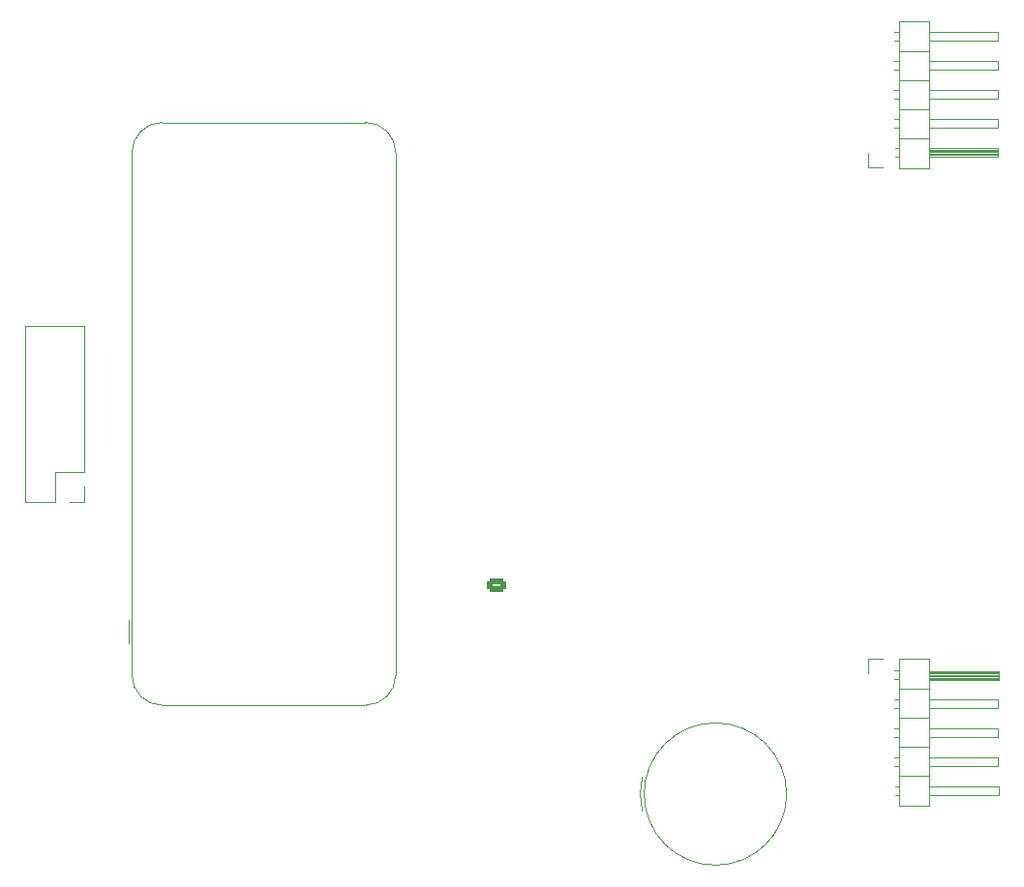
<source format=gbr>
%TF.GenerationSoftware,KiCad,Pcbnew,7.0.8*%
%TF.CreationDate,2023-10-27T12:06:26-04:00*%
%TF.ProjectId,top_plate,746f705f-706c-4617-9465-2e6b69636164,rev?*%
%TF.SameCoordinates,PX2faf080PY5f5e100*%
%TF.FileFunction,Legend,Bot*%
%TF.FilePolarity,Positive*%
%FSLAX46Y46*%
G04 Gerber Fmt 4.6, Leading zero omitted, Abs format (unit mm)*
G04 Created by KiCad (PCBNEW 7.0.8) date 2023-10-27 12:06:26*
%MOMM*%
%LPD*%
G01*
G04 APERTURE LIST*
G04 Aperture macros list*
%AMRoundRect*
0 Rectangle with rounded corners*
0 $1 Rounding radius*
0 $2 $3 $4 $5 $6 $7 $8 $9 X,Y pos of 4 corners*
0 Add a 4 corners polygon primitive as box body*
4,1,4,$2,$3,$4,$5,$6,$7,$8,$9,$2,$3,0*
0 Add four circle primitives for the rounded corners*
1,1,$1+$1,$2,$3*
1,1,$1+$1,$4,$5*
1,1,$1+$1,$6,$7*
1,1,$1+$1,$8,$9*
0 Add four rect primitives between the rounded corners*
20,1,$1+$1,$2,$3,$4,$5,0*
20,1,$1+$1,$4,$5,$6,$7,0*
20,1,$1+$1,$6,$7,$8,$9,0*
20,1,$1+$1,$8,$9,$2,$3,0*%
G04 Aperture macros list end*
%ADD10C,0.120000*%
%ADD11C,5.600000*%
%ADD12RoundRect,0.250000X-0.625000X0.350000X-0.625000X-0.350000X0.625000X-0.350000X0.625000X0.350000X0*%
%ADD13O,1.750000X1.200000*%
%ADD14C,1.700000*%
%ADD15O,1.700000X1.700000*%
%ADD16R,1.700000X1.700000*%
%ADD17C,4.220000*%
%ADD18R,2.000000X2.000000*%
%ADD19C,2.000000*%
%ADD20R,1.600000X1.600000*%
%ADD21C,1.600000*%
G04 APERTURE END LIST*
D10*
%TO.C,J2*%
X19752000Y7680000D02*
X24952000Y7680000D01*
X19752000Y-7680000D02*
X19752000Y7680000D01*
X19752000Y-7680000D02*
X22352000Y-7680000D01*
X22352000Y-5080000D02*
X24952000Y-5080000D01*
X22352000Y-7680000D02*
X22352000Y-5080000D01*
X23622000Y-7680000D02*
X24952000Y-7680000D01*
X24952000Y-5080000D02*
X24952000Y7680000D01*
X24952000Y-7680000D02*
X24952000Y-6350000D01*
%TO.C,J1*%
X104933000Y-23266000D02*
X104933000Y-22506000D01*
X104933000Y-22506000D02*
X98933000Y-22506000D01*
X104914000Y-33334000D02*
X104914000Y-32574000D01*
X104914000Y-32574000D02*
X98914000Y-32574000D01*
X104866000Y-30799000D02*
X104866000Y-30039000D01*
X104866000Y-30039000D02*
X98866000Y-30039000D01*
X104866000Y-28259000D02*
X104866000Y-27499000D01*
X104866000Y-27499000D02*
X98866000Y-27499000D01*
X104866000Y-25719000D02*
X104866000Y-24959000D01*
X104866000Y-24959000D02*
X98866000Y-24959000D01*
X98933000Y-23266000D02*
X104933000Y-23266000D01*
X98933000Y-23206000D02*
X104933000Y-23206000D01*
X98933000Y-23086000D02*
X104933000Y-23086000D01*
X98933000Y-22966000D02*
X104933000Y-22966000D01*
X98933000Y-22846000D02*
X104933000Y-22846000D01*
X98933000Y-22726000D02*
X104933000Y-22726000D01*
X98933000Y-22606000D02*
X104933000Y-22606000D01*
X98914000Y-33334000D02*
X104914000Y-33334000D01*
X98866000Y-34289000D02*
X96206000Y-34289000D01*
X98866000Y-30799000D02*
X104866000Y-30799000D01*
X98866000Y-28259000D02*
X104866000Y-28259000D01*
X98866000Y-25719000D02*
X104866000Y-25719000D01*
X98866000Y-21469000D02*
X98866000Y-34289000D01*
X96206000Y-34289000D02*
X96206000Y-21469000D01*
X96206000Y-31689000D02*
X98866000Y-31689000D01*
X96206000Y-29149000D02*
X98866000Y-29149000D01*
X96206000Y-26609000D02*
X98866000Y-26609000D01*
X96206000Y-24069000D02*
X98866000Y-24069000D01*
X96206000Y-21469000D02*
X98866000Y-21469000D01*
X95876000Y-33339000D02*
X96206000Y-33339000D01*
X95876000Y-32579000D02*
X96206000Y-32579000D01*
X95808929Y-30799000D02*
X96206000Y-30799000D01*
X95808929Y-30039000D02*
X96206000Y-30039000D01*
X95808929Y-28259000D02*
X96206000Y-28259000D01*
X95808929Y-27499000D02*
X96206000Y-27499000D01*
X95808929Y-25719000D02*
X96206000Y-25719000D01*
X95808929Y-24959000D02*
X96206000Y-24959000D01*
X95808929Y-23179000D02*
X96206000Y-23179000D01*
X95808929Y-22419000D02*
X96206000Y-22419000D01*
X94742000Y-21463000D02*
X93472000Y-21463000D01*
X93472000Y-21463000D02*
X93472000Y-22733000D01*
%TO.C,J3*%
X93472000Y22860000D02*
X93472000Y21590000D01*
X93472000Y21590000D02*
X94742000Y21590000D01*
X95784929Y33400000D02*
X96182000Y33400000D01*
X95784929Y32640000D02*
X96182000Y32640000D01*
X95784929Y30860000D02*
X96182000Y30860000D01*
X95784929Y30100000D02*
X96182000Y30100000D01*
X95784929Y28320000D02*
X96182000Y28320000D01*
X95784929Y27560000D02*
X96182000Y27560000D01*
X95784929Y25780000D02*
X96182000Y25780000D01*
X95784929Y25020000D02*
X96182000Y25020000D01*
X95852000Y23240000D02*
X96182000Y23240000D01*
X95852000Y22480000D02*
X96182000Y22480000D01*
X96182000Y34350000D02*
X98842000Y34350000D01*
X96182000Y31750000D02*
X98842000Y31750000D01*
X96182000Y29210000D02*
X98842000Y29210000D01*
X96182000Y26670000D02*
X98842000Y26670000D01*
X96182000Y24130000D02*
X98842000Y24130000D01*
X96182000Y21530000D02*
X96182000Y34350000D01*
X98842000Y34350000D02*
X98842000Y21530000D01*
X98842000Y32640000D02*
X104842000Y32640000D01*
X98842000Y30100000D02*
X104842000Y30100000D01*
X98842000Y27560000D02*
X104842000Y27560000D01*
X98842000Y25020000D02*
X104842000Y25020000D01*
X98842000Y23140000D02*
X104842000Y23140000D01*
X98842000Y23020000D02*
X104842000Y23020000D01*
X98842000Y22900000D02*
X104842000Y22900000D01*
X98842000Y22780000D02*
X104842000Y22780000D01*
X98842000Y22660000D02*
X104842000Y22660000D01*
X98842000Y22540000D02*
X104842000Y22540000D01*
X98842000Y22480000D02*
X104842000Y22480000D01*
X98842000Y21530000D02*
X96182000Y21530000D01*
X104842000Y33400000D02*
X98842000Y33400000D01*
X104842000Y32640000D02*
X104842000Y33400000D01*
X104842000Y30860000D02*
X98842000Y30860000D01*
X104842000Y30100000D02*
X104842000Y30860000D01*
X104842000Y28320000D02*
X98842000Y28320000D01*
X104842000Y27560000D02*
X104842000Y28320000D01*
X104842000Y25780000D02*
X98842000Y25780000D01*
X104842000Y25020000D02*
X104842000Y25780000D01*
X104842000Y23240000D02*
X98842000Y23240000D01*
X104842000Y22480000D02*
X104842000Y23240000D01*
%TO.C,BZ1*%
X73739216Y-31774001D02*
G75*
G03*
X73739216Y-34774000I6400000J-1499999D01*
G01*
X86369216Y-33274000D02*
G75*
G03*
X86369216Y-33274000I-6230000J0D01*
G01*
%TO.C,A1*%
X28780000Y-18050000D02*
X28780000Y-20050000D01*
X29100000Y-22860000D02*
X29100000Y22860000D01*
X49530000Y25510000D02*
X31750000Y25510000D01*
X49530000Y-25510000D02*
X31750000Y-25510000D01*
X52180000Y-22860000D02*
X52180000Y22860000D01*
X31750000Y25510000D02*
G75*
G03*
X29100000Y22860000I0J-2650000D01*
G01*
X29100000Y-22860000D02*
G75*
G03*
X31750000Y-25510000I2650000J0D01*
G01*
X52180000Y22860000D02*
G75*
G03*
X49530000Y25510000I-2650000J0D01*
G01*
X49530000Y-25510000D02*
G75*
G03*
X52180000Y-22860000I0J2650000D01*
G01*
%TD*%
%LPC*%
D11*
%TO.C,REF\u002A\u002A*%
X4500000Y-43500000D03*
%TD*%
D12*
%TO.C,J5*%
X61000000Y-15000000D03*
D13*
X61000000Y-17000000D03*
X61000000Y-19000000D03*
X61000000Y-21000000D03*
%TD*%
D14*
%TO.C,J7*%
X56000000Y-14000000D03*
D15*
X56000000Y-16540000D03*
X56000000Y-19080000D03*
X56000000Y-21620000D03*
%TD*%
D11*
%TO.C,REF\u002A\u002A*%
X63000000Y-40000000D03*
%TD*%
D16*
%TO.C,J10*%
X58669000Y21834000D03*
D15*
X61209000Y21834000D03*
X58669000Y19294000D03*
X61209000Y19294000D03*
X58669000Y16754000D03*
X61209000Y16754000D03*
X58669000Y14214000D03*
X61209000Y14214000D03*
%TD*%
D11*
%TO.C,REF\u002A\u002A*%
X4500000Y43500000D03*
%TD*%
D14*
%TO.C,J6*%
X95000000Y-3810000D03*
D15*
X95000000Y-1270000D03*
X95000000Y1270000D03*
X95000000Y3810000D03*
%TD*%
D11*
%TO.C,REF\u002A\u002A*%
X93000000Y40000000D03*
%TD*%
D17*
%TO.C,M1*%
X86000000Y10000000D03*
%TD*%
%TO.C,M2*%
X86000000Y-10000000D03*
%TD*%
D11*
%TO.C,REF\u002A\u002A*%
X63000000Y40000000D03*
%TD*%
%TO.C,REF\u002A\u002A*%
X93000000Y-40000000D03*
%TD*%
%TO.C,REF\u002A\u002A*%
X23000000Y-40000000D03*
%TD*%
%TO.C,REF\u002A\u002A*%
X23000000Y40000000D03*
%TD*%
D16*
%TO.C,J2*%
X23622000Y-6350000D03*
D15*
X21082000Y-6350000D03*
X23622000Y-3810000D03*
X21082000Y-3810000D03*
X23622000Y-1270000D03*
X21082000Y-1270000D03*
X23622000Y1270000D03*
X21082000Y1270000D03*
X23622000Y3810000D03*
X21082000Y3810000D03*
X23622000Y6350000D03*
X21082000Y6350000D03*
%TD*%
D16*
%TO.C,J1*%
X94742000Y-22860000D03*
D15*
X94742000Y-25400000D03*
X94742000Y-27940000D03*
X94742000Y-30480000D03*
X94742000Y-33020000D03*
%TD*%
D16*
%TO.C,J3*%
X94742000Y22860000D03*
D15*
X94742000Y25400000D03*
X94742000Y27940000D03*
X94742000Y30480000D03*
X94742000Y33020000D03*
%TD*%
D18*
%TO.C,BZ1*%
X77639216Y-33274000D03*
D19*
X82639216Y-33274000D03*
%TD*%
D20*
%TO.C,A1*%
X30480000Y-19050000D03*
D21*
X30480000Y-16510000D03*
X30480000Y-13970000D03*
X30480000Y-11430000D03*
X30480000Y-8890000D03*
X30480000Y-6350000D03*
X30480000Y-3810000D03*
X30480000Y-1270000D03*
X30480000Y1270000D03*
X30480000Y3810000D03*
X30480000Y6350000D03*
X30480000Y8890000D03*
X30480000Y11430000D03*
X30480000Y13970000D03*
X30480000Y16510000D03*
X30480000Y19050000D03*
X50800000Y19050000D03*
X50800000Y16510000D03*
X50800000Y13970000D03*
X50800000Y11430000D03*
X50800000Y8890000D03*
X50800000Y6350000D03*
X50800000Y3810000D03*
X50800000Y1270000D03*
X50800000Y-1270000D03*
X50800000Y-3810000D03*
X50800000Y-6350000D03*
X50800000Y-8890000D03*
%TD*%
%LPD*%
M02*

</source>
